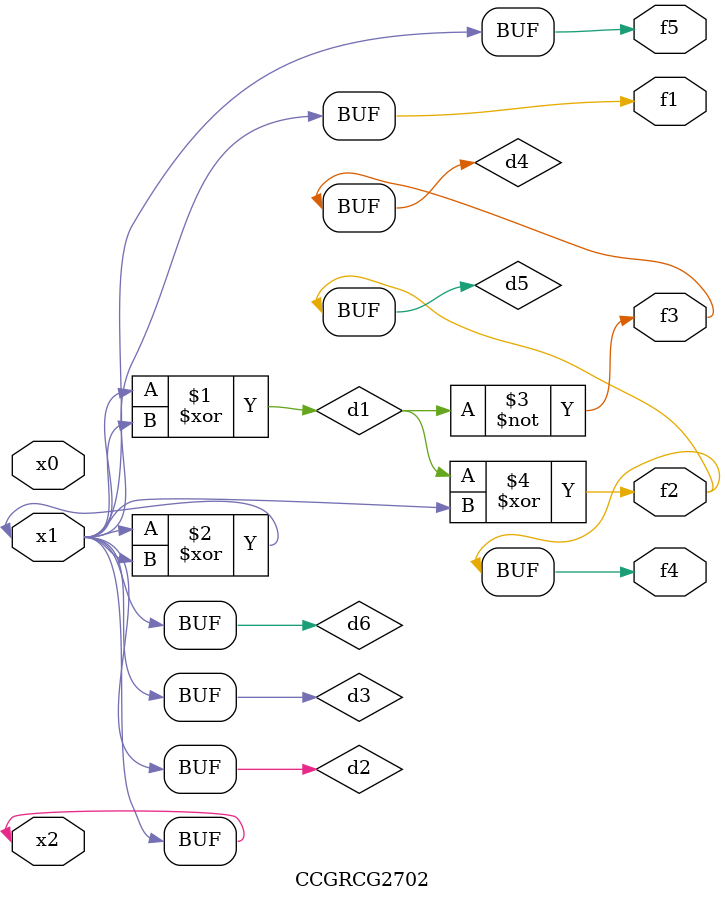
<source format=v>
module CCGRCG2702(
	input x0, x1, x2,
	output f1, f2, f3, f4, f5
);

	wire d1, d2, d3, d4, d5, d6;

	xor (d1, x1, x2);
	buf (d2, x1, x2);
	xor (d3, x1, x2);
	nor (d4, d1);
	xor (d5, d1, d2);
	buf (d6, d2, d3);
	assign f1 = d6;
	assign f2 = d5;
	assign f3 = d4;
	assign f4 = d5;
	assign f5 = d6;
endmodule

</source>
